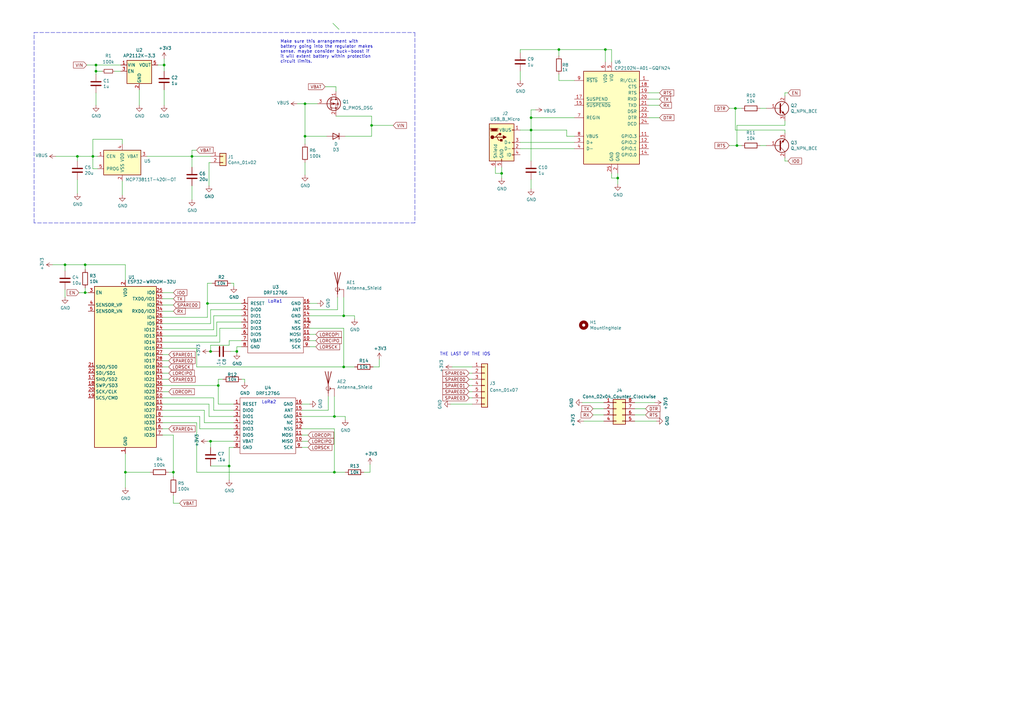
<source format=kicad_sch>
(kicad_sch (version 20211123) (generator eeschema)
  (paper "A3")
  (lib_symbols
    (symbol "Battery_Management:MCP73811T-420I-OT" (pin_names (offset 1.016))
      (property "Reference" "U" (at -6.35 6.35 0))
      (property "Value" "MCP73811T-420I-OT" (at 1.27 6.35 0))
      (symbol "MCP73811T-420I-OT_1_1"
        (pin input line (at -10.16 2.54 0) (length 2.54) (name "CEN") (number "1"))
        (pin power_in line (at 0 -7.62 90) (length 2.54) (name "VSS") (number "2"))
        (pin power_out line (at 10.16 2.54 180) (length 2.54) (name "VBAT") (number "3"))
        (pin power_in line (at 0 7.62 270) (length 2.54) (name "VDD") (number "4"))
        (pin input line (at -10.16 -2.54 0) (length 2.54) (name "PROG") (number "5"))
      )
    )
    (symbol "Connector_Generic:Conn_01x02" (pin_names (offset 1.016) hide)
      (property "Reference" "J" (at 0 2.54 0))
      (property "Value" "Conn_01x02" (at 0 -5.08 0))
      (symbol "Conn_01x02_1_1"
        (pin passive line (at -5.08 0 0) (length 3.81) (name "Pin_1") (number "1"))
        (pin passive line (at -5.08 -2.54 0) (length 3.81) (name "Pin_2") (number "2"))
      )
    )
    (symbol "Connector_Generic:Conn_01x07" (pin_names (offset 1.016) hide)
      (property "Reference" "J" (at 0 10.16 0))
      (property "Value" "Conn_01x07" (at 0 -10.16 0))
      (symbol "Conn_01x07_1_1"
        (pin passive line (at -5.08 7.62 0) (length 3.81) (name "Pin_1") (number "1"))
        (pin passive line (at -5.08 5.08 0) (length 3.81) (name "Pin_2") (number "2"))
        (pin passive line (at -5.08 2.54 0) (length 3.81) (name "Pin_3") (number "3"))
        (pin passive line (at -5.08 0 0) (length 3.81) (name "Pin_4") (number "4"))
        (pin passive line (at -5.08 -2.54 0) (length 3.81) (name "Pin_5") (number "5"))
        (pin passive line (at -5.08 -5.08 0) (length 3.81) (name "Pin_6") (number "6"))
        (pin passive line (at -5.08 -7.62 0) (length 3.81) (name "Pin_7") (number "7"))
      )
    )
    (symbol "Connector_Generic:Conn_02x04_Counter_Clockwise" (pin_names (offset 1.016) hide)
      (property "Reference" "J" (at 1.27 5.08 0))
      (property "Value" "Conn_02x04_Counter_Clockwise" (at 1.27 -7.62 0))
      (symbol "Conn_02x04_Counter_Clockwise_1_1"
        (pin passive line (at -5.08 2.54 0) (length 3.81) (name "Pin_1") (number "1"))
        (pin passive line (at -5.08 0 0) (length 3.81) (name "Pin_2") (number "2"))
        (pin passive line (at -5.08 -2.54 0) (length 3.81) (name "Pin_3") (number "3"))
        (pin passive line (at -5.08 -5.08 0) (length 3.81) (name "Pin_4") (number "4"))
        (pin passive line (at 7.62 -5.08 180) (length 3.81) (name "Pin_5") (number "5"))
        (pin passive line (at 7.62 -2.54 180) (length 3.81) (name "Pin_6") (number "6"))
        (pin passive line (at 7.62 0 180) (length 3.81) (name "Pin_7") (number "7"))
        (pin passive line (at 7.62 2.54 180) (length 3.81) (name "Pin_8") (number "8"))
      )
    )
    (symbol "Device:Antenna_Shield" (pin_numbers hide) (pin_names (offset 1.016) hide)
      (property "Reference" "AE" (at -1.905 4.445 0))
      (property "Value" "Antenna_Shield" (at -1.905 2.54 0))
      (symbol "Antenna_Shield_1_1"
        (pin input line (at 0 -5.08 90) (length 2.54) (name "A") (number "1"))
        (pin input line (at 2.54 -5.08 90) (length 2.54) (name "Shield") (number "2"))
      )
    )
    (symbol "Device:C" (pin_numbers hide) (pin_names (offset 0.254))
      (property "Reference" "C" (at 0.635 2.54 0))
      (property "Value" "C" (at 0.635 -2.54 0))
      (symbol "C_1_1"
        (pin passive line (at 0 3.81 270) (length 2.794) (name "~") (number "1"))
        (pin passive line (at 0 -3.81 90) (length 2.794) (name "~") (number "2"))
      )
    )
    (symbol "Device:D" (pin_numbers hide) (pin_names (offset 1.016) hide)
      (property "Reference" "D" (at 0 2.54 0))
      (property "Value" "D" (at 0 -2.54 0))
      (symbol "D_1_1"
        (pin passive line (at -3.81 0 0) (length 2.54) (name "K") (number "1"))
        (pin passive line (at 3.81 0 180) (length 2.54) (name "A") (number "2"))
      )
    )
    (symbol "Device:Q_NPN_BCE" (pin_names (offset 0) hide)
      (property "Reference" "Q" (at 5.08 1.27 0))
      (property "Value" "Q_NPN_BCE" (at 5.08 -1.27 0))
      (symbol "Q_NPN_BCE_1_1"
        (pin input line (at -5.08 0 0) (length 5.715) (name "B") (number "1"))
        (pin passive line (at 2.54 5.08 270) (length 2.54) (name "C") (number "2"))
        (pin passive line (at 2.54 -5.08 90) (length 2.54) (name "E") (number "3"))
      )
    )
    (symbol "Device:Q_PMOS_DSG" (pin_names (offset 0) hide)
      (property "Reference" "Q" (at 5.08 1.27 0))
      (property "Value" "Q_PMOS_DSG" (at 5.08 -1.27 0))
      (symbol "Q_PMOS_DSG_1_1"
        (pin passive line (at 2.54 5.08 270) (length 2.54) (name "D") (number "1"))
        (pin passive line (at 2.54 -5.08 90) (length 2.54) (name "S") (number "2"))
        (pin input line (at -5.08 0 0) (length 2.54) (name "G") (number "3"))
      )
    )
    (symbol "Device:R" (pin_numbers hide) (pin_names (offset 0))
      (property "Reference" "R" (at 2.032 0 90))
      (property "Value" "R" (at 0 0 90))
      (symbol "R_1_1"
        (pin passive line (at 0 3.81 270) (length 1.27) (name "~") (number "1"))
        (pin passive line (at 0 -3.81 90) (length 1.27) (name "~") (number "2"))
      )
    )
    (symbol "Device:R_Small" (pin_numbers hide) (pin_names (offset 0.254) hide)
      (property "Reference" "R" (at 0.762 0.508 0))
      (property "Value" "R_Small" (at 0.762 -1.016 0))
      (symbol "R_Small_1_1"
        (pin passive line (at 0 2.54 270) (length 0.762) (name "~") (number "1"))
        (pin passive line (at 0 -2.54 90) (length 0.762) (name "~") (number "2"))
      )
    )
    (symbol "Interface_USB:CP2102N-A01-GQFN24" (pin_names (offset 1.016))
      (property "Reference" "U" (at -5.08 22.225 0))
      (property "Value" "Interface_USB_CP2102N-A01-GQFN24" (at -5.08 20.32 0))
      (symbol "CP2102N-A01-GQFN24_1_1"
        (pin bidirectional line (at 15.24 15.24 180) (length 3.81) (name "RI/CLK") (number "1"))
        (pin no_connect line (at 10.16 -22.86 90) (length 3.81) hide (name "NC") (number "10"))
        (pin bidirectional line (at 15.24 -7.62 180) (length 3.81) (name "GPIO.3") (number "11"))
        (pin bidirectional line (at 15.24 -10.16 180) (length 3.81) (name "GPIO.2") (number "12"))
        (pin bidirectional line (at 15.24 -12.7 180) (length 3.81) (name "GPIO.1") (number "13"))
        (pin bidirectional line (at 15.24 -15.24 180) (length 3.81) (name "GPIO.0") (number "14"))
        (pin output line (at -15.24 5.08 0) (length 3.81) (name "~{SUSPENDb}") (number "15"))
        (pin no_connect line (at 7.62 -22.86 90) (length 3.81) hide (name "NC") (number "16"))
        (pin output line (at -15.24 7.62 0) (length 3.81) (name "SUSPEND") (number "17"))
        (pin input line (at 15.24 12.7 180) (length 3.81) (name "CTS") (number "18"))
        (pin output line (at 15.24 10.16 180) (length 3.81) (name "RTS") (number "19"))
        (pin power_in line (at 2.54 -22.86 90) (length 3.81) (name "GND") (number "2"))
        (pin input line (at 15.24 7.62 180) (length 3.81) (name "RXD") (number "20"))
        (pin output line (at 15.24 5.08 180) (length 3.81) (name "TXD") (number "21"))
        (pin input line (at 15.24 2.54 180) (length 3.81) (name "DSR") (number "22"))
        (pin output line (at 15.24 0 180) (length 3.81) (name "DTR") (number "23"))
        (pin input line (at 15.24 -2.54 180) (length 3.81) (name "DCD") (number "24"))
        (pin power_in line (at 0 -22.86 90) (length 3.81) (name "GND") (number "25"))
        (pin bidirectional line (at -15.24 -10.16 0) (length 3.81) (name "D+") (number "3"))
        (pin bidirectional line (at -15.24 -12.7 0) (length 3.81) (name "D-") (number "4"))
        (pin power_in line (at 0 22.86 270) (length 3.81) (name "VIO") (number "5"))
        (pin power_in line (at -2.54 22.86 270) (length 3.81) (name "VDD") (number "6"))
        (pin power_in line (at -15.24 0 0) (length 3.81) (name "REGIN") (number "7"))
        (pin input line (at -15.24 -7.62 0) (length 3.81) (name "VBUS") (number "8"))
        (pin input line (at -15.24 15.24 0) (length 3.81) (name "~{RSTb}") (number "9"))
      )
    )
    (symbol "Mechanical:MountingHole" (pin_names (offset 1.016))
      (property "Reference" "H" (at 0 5.08 0))
      (property "Value" "MountingHole" (at 0 3.175 0))
    )
    (symbol "RF_Module:ESP32-WROOM-32U"
      (property "Reference" "U" (at -12.7 34.29 0))
      (property "Value" "ESP32-WROOM-32U" (at 1.27 34.29 0))
      (symbol "ESP32-WROOM-32U_1_1"
        (pin power_in line (at 0 -35.56 90) (length 2.54) (name "GND") (number "1"))
        (pin bidirectional line (at 15.24 -12.7 180) (length 2.54) (name "IO25") (number "10"))
        (pin bidirectional line (at 15.24 -15.24 180) (length 2.54) (name "IO26") (number "11"))
        (pin bidirectional line (at 15.24 -17.78 180) (length 2.54) (name "IO27") (number "12"))
        (pin bidirectional line (at 15.24 10.16 180) (length 2.54) (name "IO14") (number "13"))
        (pin bidirectional line (at 15.24 15.24 180) (length 2.54) (name "IO12") (number "14"))
        (pin passive line (at 0 -35.56 90) (length 2.54) hide (name "GND") (number "15"))
        (pin bidirectional line (at 15.24 12.7 180) (length 2.54) (name "IO13") (number "16"))
        (pin bidirectional line (at -15.24 -5.08 0) (length 2.54) (name "SHD/SD2") (number "17"))
        (pin bidirectional line (at -15.24 -7.62 0) (length 2.54) (name "SWP/SD3") (number "18"))
        (pin bidirectional line (at -15.24 -12.7 0) (length 2.54) (name "SCS/CMD") (number "19"))
        (pin power_in line (at 0 35.56 270) (length 2.54) (name "VDD") (number "2"))
        (pin bidirectional line (at -15.24 -10.16 0) (length 2.54) (name "SCK/CLK") (number "20"))
        (pin bidirectional line (at -15.24 0 0) (length 2.54) (name "SDO/SD0") (number "21"))
        (pin bidirectional line (at -15.24 -2.54 0) (length 2.54) (name "SDI/SD1") (number "22"))
        (pin bidirectional line (at 15.24 7.62 180) (length 2.54) (name "IO15") (number "23"))
        (pin bidirectional line (at 15.24 25.4 180) (length 2.54) (name "IO2") (number "24"))
        (pin bidirectional line (at 15.24 30.48 180) (length 2.54) (name "IO0") (number "25"))
        (pin bidirectional line (at 15.24 20.32 180) (length 2.54) (name "IO4") (number "26"))
        (pin bidirectional line (at 15.24 5.08 180) (length 2.54) (name "IO16") (number "27"))
        (pin bidirectional line (at 15.24 2.54 180) (length 2.54) (name "IO17") (number "28"))
        (pin bidirectional line (at 15.24 17.78 180) (length 2.54) (name "IO5") (number "29"))
        (pin input line (at -15.24 30.48 0) (length 2.54) (name "EN") (number "3"))
        (pin bidirectional line (at 15.24 0 180) (length 2.54) (name "IO18") (number "30"))
        (pin bidirectional line (at 15.24 -2.54 180) (length 2.54) (name "IO19") (number "31"))
        (pin no_connect line (at -12.7 -27.94 0) (length 2.54) hide (name "NC") (number "32"))
        (pin bidirectional line (at 15.24 -5.08 180) (length 2.54) (name "IO21") (number "33"))
        (pin bidirectional line (at 15.24 22.86 180) (length 2.54) (name "RXD0/IO3") (number "34"))
        (pin bidirectional line (at 15.24 27.94 180) (length 2.54) (name "TXD0/IO1") (number "35"))
        (pin bidirectional line (at 15.24 -7.62 180) (length 2.54) (name "IO22") (number "36"))
        (pin bidirectional line (at 15.24 -10.16 180) (length 2.54) (name "IO23") (number "37"))
        (pin passive line (at 0 -35.56 90) (length 2.54) hide (name "GND") (number "38"))
        (pin passive line (at 0 -35.56 90) (length 2.54) hide (name "GND") (number "39"))
        (pin input line (at -15.24 25.4 0) (length 2.54) (name "SENSOR_VP") (number "4"))
        (pin input line (at -15.24 22.86 0) (length 2.54) (name "SENSOR_VN") (number "5"))
        (pin input line (at 15.24 -25.4 180) (length 2.54) (name "IO34") (number "6"))
        (pin input line (at 15.24 -27.94 180) (length 2.54) (name "IO35") (number "7"))
        (pin bidirectional line (at 15.24 -20.32 180) (length 2.54) (name "IO32") (number "8"))
        (pin bidirectional line (at 15.24 -22.86 180) (length 2.54) (name "IO33") (number "9"))
      )
    )
    (symbol "Regulator_Linear:AP2112K-3.3" (pin_names (offset 0.254))
      (property "Reference" "U" (at -5.08 5.715 0))
      (property "Value" "AP2112K-3.3" (at 0 5.715 0))
      (symbol "AP2112K-3.3_1_1"
        (pin power_in line (at -7.62 2.54 0) (length 2.54) (name "VIN") (number "1"))
        (pin power_in line (at 0 -7.62 90) (length 2.54) (name "GND") (number "2"))
        (pin input line (at -7.62 0 0) (length 2.54) (name "EN") (number "3"))
        (pin no_connect line (at 5.08 0 180) (length 2.54) hide (name "NC") (number "4"))
        (pin power_out line (at 7.62 2.54 180) (length 2.54) (name "VOUT") (number "5"))
      )
    )
    (symbol "loranet2-rescue:USB_B_Micro-Connector" (pin_names (offset 1.016))
      (property "Reference" "J" (at -5.08 11.43 0))
      (property "Value" "USB_B_Micro-Connector" (at -5.08 8.89 0))
      (symbol "USB_B_Micro-Connector_1_1"
        (pin power_out line (at 7.62 5.08 180) (length 2.54) (name "VBUS") (number "1"))
        (pin passive line (at 7.62 -2.54 180) (length 2.54) (name "D-") (number "2"))
        (pin passive line (at 7.62 0 180) (length 2.54) (name "D+") (number "3"))
        (pin passive line (at 7.62 -5.08 180) (length 2.54) (name "ID") (number "4"))
        (pin power_out line (at 0 -10.16 90) (length 2.54) (name "GND") (number "5"))
        (pin passive line (at -2.54 -10.16 90) (length 2.54) (name "Shield") (number "6"))
      )
    )
    (symbol "loranet2:DRF1276G" (pin_names (offset 1.016))
      (property "Reference" "U" (at 0 -12.7 0))
      (property "Value" "DRF1276G" (at 0 15.24 0))
      (symbol "DRF1276G_1_1"
        (pin input line (at -15.24 10.16 0) (length 2.54) (name "RESET") (number "1"))
        (pin bidirectional line (at 12.7 -5.08 180) (length 2.54) (name "MISO") (number "10"))
        (pin bidirectional line (at 12.7 -2.54 180) (length 2.54) (name "MOSI") (number "11"))
        (pin input line (at 12.7 0 180) (length 2.54) (name "NSS") (number "12"))
        (pin no_connect line (at 12.7 2.54 180) (length 2.54) (name "NC") (number "13"))
        (pin power_in line (at 12.7 5.08 180) (length 2.54) (name "GND") (number "14"))
        (pin bidirectional line (at 12.7 7.62 180) (length 2.54) (name "ANT") (number "15"))
        (pin power_in line (at 12.7 10.16 180) (length 2.54) (name "GND") (number "16"))
        (pin bidirectional line (at -15.24 7.62 0) (length 2.54) (name "DIO0") (number "2"))
        (pin bidirectional line (at -15.24 5.08 0) (length 2.54) (name "DIO1") (number "3"))
        (pin bidirectional line (at -15.24 2.54 0) (length 2.54) (name "DIO2") (number "4"))
        (pin bidirectional line (at -15.24 0 0) (length 2.54) (name "DIO3") (number "5"))
        (pin bidirectional line (at -15.24 -2.54 0) (length 2.54) (name "DIO5") (number "6"))
        (pin power_in line (at -15.24 -5.08 0) (length 2.54) (name "VBAT") (number "7"))
        (pin power_in line (at -15.24 -7.62 0) (length 2.54) (name "GND") (number "8"))
        (pin input line (at 12.7 -7.62 180) (length 2.54) (name "SCK") (number "9"))
      )
    )
    (symbol "power:+3V3" (power) (pin_names (offset 0))
      (property "Value" "+3V3" (at 0 3.556 0))
      (symbol "+3V3_1_1"
        (pin power_in line (at 0 0 90) (length 0) hide (name "+3V3") (number "1"))
      )
    )
    (symbol "power:GND" (power) (pin_names (offset 0))
      (property "Value" "GND" (at 0 -3.81 0))
      (symbol "GND_1_1"
        (pin power_in line (at 0 0 270) (length 0) hide (name "GND") (number "1"))
      )
    )
    (symbol "power:VBUS" (power) (pin_names (offset 0))
      (property "Value" "VBUS" (at 0 3.81 0))
      (symbol "VBUS_1_1"
        (pin power_in line (at 0 0 90) (length 0) hide (name "VBUS") (number "1"))
      )
    )
  )
  (junction (at 152.4 51.435))
  (junction (at 137.16 170.815))
  (junction (at 51.435 193.675))
  (junction (at 85.09 124.46))
  (junction (at 205.74 71.12))
  (junction (at 93.98 191.135))
  (junction (at 301.625 44.45))
  (junction (at 125.095 55.88))
  (junction (at 140.97 150.495))
  (junction (at 89.535 158.115))
  (junction (at 97.155 144.145))
  (junction (at 86.36 180.975))
  (junction (at 39.37 29.21))
  (junction (at 67.31 26.67))
  (junction (at 31.75 64.135))
  (junction (at 302.26 59.69))
  (junction (at 86.36 144.145))
  (junction (at 78.74 64.135))
  (junction (at 38.1 64.135))
  (junction (at 39.37 26.67))
  (junction (at 140.97 129.54))
  (junction (at 253.365 73.025))
  (junction (at 248.285 20.32))
  (junction (at 229.235 20.32))
  (junction (at 217.805 53.34))
  (junction (at 217.805 48.26))
  (junction (at 71.12 193.675))
  (junction (at 34.925 120.015))
  (junction (at 34.925 108.585))
  (junction (at 26.67 108.585))
  (junction (at 137.16 193.675))
  (junction (at 125.095 42.545))
  (bus_entry (at 136.525 9.525) (size 2.54 2.54))
  (wire (pts (xy 67.31 26.67) (xy 67.31 24.13)))
  (wire (pts (xy 217.805 48.26) (xy 235.585 48.26)))
  (wire (pts (xy 140.97 134.62) (xy 140.97 150.495)))
  (wire (pts (xy 217.805 48.26) (xy 217.805 45.085)))
  (wire (pts (xy 125.095 42.545) (xy 130.175 42.545)))
  (wire (pts (xy 31.75 64.135) (xy 38.1 64.135)))
  (wire (pts (xy 87.63 163.195) (xy 87.63 168.275)))
  (wire (pts (xy 140.97 150.495) (xy 145.415 150.495)))
  (wire (pts (xy 213.36 53.34) (xy 217.805 53.34)))
  (wire (pts (xy 26.67 108.585) (xy 34.925 108.585)))
  (wire (pts (xy 78.74 64.135) (xy 78.74 68.58)))
  (wire (pts (xy 66.675 135.255) (xy 87.63 135.255)))
  (wire (pts (xy 321.945 53.34) (xy 321.945 54.61)))
  (wire (pts (xy 129.54 139.7) (xy 127 139.7)))
  (wire (pts (xy 89.535 155.575) (xy 91.44 155.575)))
  (wire (pts (xy 125.095 42.545) (xy 125.095 55.88)))
  (wire (pts (xy 86.36 127) (xy 99.06 127)))
  (wire (pts (xy 83.82 168.275) (xy 83.82 173.355)))
  (wire (pts (xy 93.98 139.7) (xy 99.06 139.7)))
  (wire (pts (xy 89.535 155.575) (xy 89.535 158.115)))
  (wire (pts (xy 85.725 66.675) (xy 86.36 66.675)))
  (wire (pts (xy 321.945 64.77) (xy 321.945 66.04)))
  (wire (pts (xy 205.74 71.12) (xy 205.74 73.025)))
  (wire (pts (xy 138.43 127) (xy 138.43 121.92)))
  (wire (pts (xy 270.51 48.26) (xy 266.065 48.26)))
  (wire (pts (xy 21.59 108.585) (xy 26.67 108.585)))
  (wire (pts (xy 81.915 175.895) (xy 81.915 170.815)))
  (wire (pts (xy 321.945 49.53) (xy 321.945 51.435)))
  (wire (pts (xy 85.09 180.975) (xy 86.36 180.975)))
  (wire (pts (xy 93.98 141.605) (xy 93.98 139.7)))
  (wire (pts (xy 137.16 193.675) (xy 141.605 193.675)))
  (wire (pts (xy 260.35 170.18) (xy 264.795 170.18)))
  (wire (pts (xy 86.36 144.145) (xy 85.725 144.145)))
  (wire (pts (xy 137.795 47.625) (xy 152.4 47.625)))
  (wire (pts (xy 51.435 108.585) (xy 51.435 114.935)))
  (wire (pts (xy 149.225 193.675) (xy 151.765 193.675)))
  (wire (pts (xy 217.805 53.34) (xy 217.805 48.26)))
  (wire (pts (xy 95.885 117.475) (xy 95.885 116.205)))
  (wire (pts (xy 39.37 26.67) (xy 39.37 29.21)))
  (wire (pts (xy 41.91 29.21) (xy 39.37 29.21)))
  (wire (pts (xy 311.785 44.45) (xy 314.325 44.45)))
  (wire (pts (xy 71.12 203.2) (xy 71.12 206.375)))
  (wire (pts (xy 34.925 110.49) (xy 34.925 108.585)))
  (wire (pts (xy 127 134.62) (xy 140.97 134.62)))
  (wire (pts (xy 66.675 137.795) (xy 88.9 137.795)))
  (wire (pts (xy 203.2 68.58) (xy 203.2 71.12)))
  (wire (pts (xy 40.005 69.215) (xy 38.1 69.215)))
  (wire (pts (xy 67.31 43.18) (xy 67.31 36.83)))
  (wire (pts (xy 85.725 76.2) (xy 85.725 66.675)))
  (wire (pts (xy 125.095 66.675) (xy 125.095 71.755)))
  (wire (pts (xy 121.92 42.545) (xy 125.095 42.545)))
  (wire (pts (xy 123.825 175.895) (xy 137.16 175.895)))
  (wire (pts (xy 66.675 173.355) (xy 80.645 173.355)))
  (wire (pts (xy 141.605 170.815) (xy 141.605 172.085)))
  (wire (pts (xy 140.97 121.92) (xy 140.97 129.54)))
  (wire (pts (xy 248.285 25.4) (xy 248.285 20.32)))
  (wire (pts (xy 39.37 38.1) (xy 39.37 43.18)))
  (wire (pts (xy 88.9 137.795) (xy 88.9 132.08)))
  (wire (pts (xy 213.36 33.02) (xy 213.36 29.21)))
  (wire (pts (xy 323.215 38.1) (xy 321.945 38.1)))
  (wire (pts (xy 311.785 59.69) (xy 314.325 59.69)))
  (wire (pts (xy 22.86 64.135) (xy 31.75 64.135)))
  (wire (pts (xy 229.235 20.32) (xy 248.285 20.32)))
  (wire (pts (xy 229.235 30.48) (xy 229.235 33.02)))
  (wire (pts (xy 86.36 141.605) (xy 86.36 144.145)))
  (wire (pts (xy 93.98 183.515) (xy 93.98 191.135)))
  (wire (pts (xy 270.51 40.64) (xy 266.065 40.64)))
  (wire (pts (xy 66.675 132.715) (xy 86.36 132.715)))
  (wire (pts (xy 137.795 35.56) (xy 137.795 37.465)))
  (wire (pts (xy 66.675 140.335) (xy 90.17 140.335)))
  (wire (pts (xy 46.99 29.21) (xy 49.53 29.21)))
  (wire (pts (xy 51.435 186.055) (xy 51.435 193.675)))
  (wire (pts (xy 31.75 79.375) (xy 31.75 73.66)))
  (wire (pts (xy 50.165 57.15) (xy 50.165 59.055)))
  (wire (pts (xy 57.15 43.18) (xy 57.15 36.83)))
  (wire (pts (xy 64.77 26.67) (xy 67.31 26.67)))
  (wire (pts (xy 35.56 26.67) (xy 39.37 26.67)))
  (wire (pts (xy 81.915 170.815) (xy 66.675 170.815)))
  (wire (pts (xy 71.12 122.555) (xy 66.675 122.555)))
  (wire (pts (xy 217.805 53.34) (xy 217.805 66.04)))
  (wire (pts (xy 243.205 170.18) (xy 247.65 170.18)))
  (wire (pts (xy 152.4 51.435) (xy 152.4 55.88)))
  (wire (pts (xy 151.765 190.5) (xy 151.765 193.675)))
  (wire (pts (xy 39.37 29.21) (xy 39.37 30.48)))
  (wire (pts (xy 184.785 165.735) (xy 193.675 165.735)))
  (wire (pts (xy 66.675 130.175) (xy 85.09 130.175)))
  (wire (pts (xy 86.36 132.715) (xy 86.36 127)))
  (wire (pts (xy 301.625 44.45) (xy 301.625 53.34)))
  (wire (pts (xy 71.12 193.675) (xy 71.12 195.58)))
  (wire (pts (xy 80.645 142.875) (xy 80.645 150.495)))
  (wire (pts (xy 134.62 162.56) (xy 134.62 168.275)))
  (wire (pts (xy 39.37 26.67) (xy 49.53 26.67)))
  (wire (pts (xy 134.62 168.275) (xy 123.825 168.275)))
  (wire (pts (xy 127 142.24) (xy 129.54 142.24)))
  (wire (pts (xy 86.36 144.145) (xy 86.995 144.145)))
  (wire (pts (xy 141.605 55.88) (xy 152.4 55.88)))
  (wire (pts (xy 69.215 193.675) (xy 71.12 193.675)))
  (wire (pts (xy 130.175 124.46) (xy 127 124.46)))
  (wire (pts (xy 205.74 71.12) (xy 205.74 68.58)))
  (wire (pts (xy 34.925 120.015) (xy 36.195 120.015)))
  (wire (pts (xy 238.76 165.1) (xy 247.65 165.1)))
  (wire (pts (xy 94.615 144.145) (xy 97.155 144.145)))
  (wire (pts (xy 269.24 172.72) (xy 260.35 172.72)))
  (wire (pts (xy 155.575 147.32) (xy 155.575 150.495)))
  (wire (pts (xy 213.36 20.32) (xy 213.36 21.59)))
  (polyline (pts (xy 170.18 13.335) (xy 170.18 91.44)))
  (wire (pts (xy 86.36 180.975) (xy 95.885 180.975)))
  (wire (pts (xy 71.12 120.015) (xy 66.675 120.015)))
  (wire (pts (xy 31.75 66.04) (xy 31.75 64.135)))
  (wire (pts (xy 85.09 124.46) (xy 99.06 124.46)))
  (wire (pts (xy 89.535 165.735) (xy 95.885 165.735)))
  (wire (pts (xy 38.1 64.135) (xy 38.1 57.15)))
  (wire (pts (xy 123.825 178.435) (xy 126.365 178.435)))
  (wire (pts (xy 66.675 168.275) (xy 83.82 168.275)))
  (wire (pts (xy 97.155 144.78) (xy 97.155 144.145)))
  (wire (pts (xy 97.155 142.24) (xy 99.06 142.24)))
  (wire (pts (xy 32.385 120.015) (xy 34.925 120.015)))
  (wire (pts (xy 239.395 172.72) (xy 247.65 172.72)))
  (wire (pts (xy 66.675 147.955) (xy 69.215 147.955)))
  (wire (pts (xy 85.725 165.735) (xy 66.675 165.735)))
  (wire (pts (xy 137.16 175.895) (xy 137.16 193.675)))
  (wire (pts (xy 213.36 20.32) (xy 229.235 20.32)))
  (wire (pts (xy 253.365 73.025) (xy 253.365 71.12)))
  (wire (pts (xy 137.16 170.815) (xy 141.605 170.815)))
  (wire (pts (xy 250.825 20.32) (xy 250.825 25.4)))
  (wire (pts (xy 217.805 53.34) (xy 232.41 53.34)))
  (wire (pts (xy 66.675 178.435) (xy 71.12 178.435)))
  (wire (pts (xy 60.325 64.135) (xy 78.74 64.135)))
  (wire (pts (xy 26.67 121.92) (xy 26.67 118.745)))
  (wire (pts (xy 80.645 61.595) (xy 78.74 61.595)))
  (wire (pts (xy 301.625 44.45) (xy 304.165 44.45)))
  (wire (pts (xy 235.585 60.96) (xy 213.36 60.96)))
  (polyline (pts (xy 170.18 91.44) (xy 13.97 91.44)))
  (wire (pts (xy 232.41 55.88) (xy 235.585 55.88)))
  (wire (pts (xy 83.82 173.355) (xy 95.885 173.355)))
  (wire (pts (xy 133.35 35.56) (xy 137.795 35.56)))
  (wire (pts (xy 270.51 38.1) (xy 266.065 38.1)))
  (wire (pts (xy 193.675 158.115) (xy 192.405 158.115)))
  (wire (pts (xy 66.675 145.415) (xy 69.215 145.415)))
  (wire (pts (xy 95.885 116.205) (xy 94.615 116.205)))
  (wire (pts (xy 248.285 20.32) (xy 250.825 20.32)))
  (wire (pts (xy 71.12 206.375) (xy 73.66 206.375)))
  (wire (pts (xy 51.435 193.675) (xy 51.435 200.025)))
  (wire (pts (xy 38.1 64.135) (xy 38.1 69.215)))
  (wire (pts (xy 80.645 193.675) (xy 137.16 193.675)))
  (wire (pts (xy 34.925 108.585) (xy 51.435 108.585)))
  (wire (pts (xy 78.74 61.595) (xy 78.74 64.135)))
  (wire (pts (xy 100.33 155.575) (xy 99.06 155.575)))
  (wire (pts (xy 127 129.54) (xy 140.97 129.54)))
  (wire (pts (xy 304.165 59.69) (xy 302.26 59.69)))
  (wire (pts (xy 192.405 160.655) (xy 193.675 160.655)))
  (wire (pts (xy 321.945 51.435) (xy 302.26 51.435)))
  (wire (pts (xy 229.235 22.86) (xy 229.235 20.32)))
  (wire (pts (xy 66.675 150.495) (xy 69.215 150.495)))
  (wire (pts (xy 86.36 180.975) (xy 86.36 183.515)))
  (wire (pts (xy 93.98 183.515) (xy 95.885 183.515)))
  (wire (pts (xy 80.645 142.875) (xy 66.675 142.875)))
  (wire (pts (xy 192.405 155.575) (xy 193.675 155.575)))
  (wire (pts (xy 71.12 178.435) (xy 71.12 193.675)))
  (wire (pts (xy 87.63 135.255) (xy 87.63 129.54)))
  (wire (pts (xy 88.9 132.08) (xy 99.06 132.08)))
  (wire (pts (xy 123.825 170.815) (xy 137.16 170.815)))
  (wire (pts (xy 217.805 45.085) (xy 219.71 45.085)))
  (wire (pts (xy 243.205 167.64) (xy 247.65 167.64)))
  (wire (pts (xy 87.63 168.275) (xy 95.885 168.275)))
  (wire (pts (xy 40.005 64.135) (xy 38.1 64.135)))
  (wire (pts (xy 145.415 129.54) (xy 145.415 130.81)))
  (wire (pts (xy 66.675 160.655) (xy 69.215 160.655)))
  (wire (pts (xy 34.925 118.11) (xy 34.925 120.015)))
  (wire (pts (xy 66.675 163.195) (xy 87.63 163.195)))
  (wire (pts (xy 302.26 59.69) (xy 299.085 59.69)))
  (wire (pts (xy 126.365 180.975) (xy 123.825 180.975)))
  (wire (pts (xy 321.945 38.1) (xy 321.945 39.37)))
  (wire (pts (xy 86.36 191.135) (xy 93.98 191.135)))
  (wire (pts (xy 127 127) (xy 138.43 127)))
  (wire (pts (xy 213.36 58.42) (xy 235.585 58.42)))
  (wire (pts (xy 235.585 33.02) (xy 229.235 33.02)))
  (wire (pts (xy 93.98 191.135) (xy 93.98 196.85)))
  (wire (pts (xy 26.67 108.585) (xy 26.67 111.125)))
  (wire (pts (xy 50.165 80.01) (xy 50.165 74.295)))
  (wire (pts (xy 232.41 53.34) (xy 232.41 55.88)))
  (wire (pts (xy 301.625 53.34) (xy 321.945 53.34)))
  (wire (pts (xy 67.31 26.67) (xy 67.31 29.21)))
  (wire (pts (xy 299.085 44.45) (xy 301.625 44.45)))
  (wire (pts (xy 95.885 175.895) (xy 81.915 175.895)))
  (wire (pts (xy 90.17 140.335) (xy 90.17 134.62)))
  (wire (pts (xy 66.675 125.095) (xy 71.12 125.095)))
  (wire (pts (xy 321.945 66.04) (xy 323.215 66.04)))
  (wire (pts (xy 66.675 175.895) (xy 69.215 175.895)))
  (wire (pts (xy 137.16 162.56) (xy 137.16 170.815)))
  (wire (pts (xy 185.42 150.495) (xy 193.675 150.495)))
  (wire (pts (xy 125.095 55.88) (xy 125.095 59.055)))
  (wire (pts (xy 153.035 150.495) (xy 155.575 150.495)))
  (wire (pts (xy 78.74 81.915) (xy 78.74 76.2)))
  (wire (pts (xy 192.405 163.195) (xy 193.675 163.195)))
  (wire (pts (xy 268.605 165.1) (xy 260.35 165.1)))
  (wire (pts (xy 89.535 158.115) (xy 89.535 165.735)))
  (polyline (pts (xy 13.97 13.335) (xy 170.18 13.335)))
  (wire (pts (xy 97.155 144.145) (xy 97.155 142.24)))
  (wire (pts (xy 123.825 183.515) (xy 126.365 183.515)))
  (wire (pts (xy 51.435 193.675) (xy 61.595 193.675)))
  (wire (pts (xy 80.645 150.495) (xy 140.97 150.495)))
  (wire (pts (xy 85.09 116.205) (xy 86.995 116.205)))
  (polyline (pts (xy 13.97 91.44) (xy 13.97 13.335)))
  (wire (pts (xy 85.09 124.46) (xy 85.09 116.205)))
  (wire (pts (xy 86.36 141.605) (xy 93.98 141.605)))
  (wire (pts (xy 71.12 127.635) (xy 66.675 127.635)))
  (wire (pts (xy 161.29 51.435) (xy 152.4 51.435)))
  (wire (pts (xy 85.09 130.175) (xy 85.09 124.46)))
  (wire (pts (xy 217.805 77.47) (xy 217.805 73.66)))
  (wire (pts (xy 260.35 167.64) (xy 264.795 167.64)))
  (wire (pts (xy 90.17 134.62) (xy 99.06 134.62)))
  (wire (pts (xy 193.675 153.035) (xy 192.405 153.035)))
  (wire (pts (xy 270.51 43.18) (xy 266.065 43.18)))
  (wire (pts (xy 69.215 153.035) (xy 66.675 153.035)))
  (wire (pts (xy 133.985 55.88) (xy 125.095 55.88)))
  (wire (pts (xy 38.1 57.15) (xy 50.165 57.15)))
  (wire (pts (xy 66.675 155.575) (xy 69.215 155.575)))
  (wire (pts (xy 85.725 170.815) (xy 85.725 165.735)))
  (wire (pts (xy 250.825 71.12) (xy 250.825 73.025)))
  (wire (pts (xy 66.675 158.115) (xy 89.535 158.115)))
  (wire (pts (xy 127 165.735) (xy 123.825 165.735)))
  (wire (pts (xy 86.36 64.135) (xy 78.74 64.135)))
  (wire (pts (xy 87.63 129.54) (xy 99.06 129.54)))
  (wire (pts (xy 127 137.16) (xy 129.54 137.16)))
  (wire (pts (xy 100.33 156.845) (xy 100.33 155.575)))
  (wire (pts (xy 80.645 173.355) (xy 80.645 193.675)))
  (wire (pts (xy 152.4 47.625) (xy 152.4 51.435)))
  (wire (pts (xy 253.365 75.565) (xy 253.365 73.025)))
  (wire (pts (xy 302.26 51.435) (xy 302.26 59.69)))
  (wire (pts (xy 140.97 129.54) (xy 145.415 129.54)))
  (wire (pts (xy 203.2 71.12) (xy 205.74 71.12)))
  (wire (pts (xy 250.825 73.025) (xy 253.365 73.025)))
  (wire (pts (xy 95.885 170.815) (xy 85.725 170.815)))
  (text "LoRa2" (at 107.315 165.735 0) (effects (font (size 1.27 1.27)) (justify left bottom)))
  (text "THE LAST OF THE IOS" (at 180.34 146.05 0) (effects (font (size 1.27 1.27)) (justify left bottom)))
  (text "LoRa1" (at 109.855 124.46 0) (effects (font (size 1.27 1.27)) (justify left bottom)))
  (text "Make sure this arrangement with\nbattery going into the regulator makes\nsense. maybe consider buck-boost if\nit will extent battery within protection\ncircuit limits." (at 114.935 26.035 0) (effects (font (size 1.27 1.27)) (justify left bottom)))
  (global_label "IO0" (shape input) (at 323.215 66.04 0) (property "Intersheet References" "${INTERSHEET_REFS}" (effects hide)))
  (global_label "SPARE02" (shape input) (at 192.405 160.655 180) (property "Intersheet References" "${INTERSHEET_REFS}" (effects hide)))
  (global_label "EN" (shape input) (at 32.385 120.015 180) (property "Intersheet References" "${INTERSHEET_REFS}" (effects hide)))
  (global_label "RTS" (shape input) (at 299.085 59.69 180) (property "Intersheet References" "${INTERSHEET_REFS}" (effects hide)))
  (global_label "VIN" (shape input) (at 35.56 26.67 180) (property "Intersheet References" "${INTERSHEET_REFS}" (effects hide)))
  (global_label "TX" (shape input) (at 243.205 167.64 180) (property "Intersheet References" "${INTERSHEET_REFS}" (effects hide)))
  (global_label "DTR" (shape input) (at 299.085 44.45 180) (property "Intersheet References" "${INTERSHEET_REFS}" (effects hide)))
  (global_label "LORCIPO" (shape input) (at 126.365 180.975 0) (property "Intersheet References" "${INTERSHEET_REFS}" (effects hide)))
  (global_label "TX" (shape input) (at 270.51 40.64 0) (property "Intersheet References" "${INTERSHEET_REFS}" (effects hide)))
  (global_label "SPARE03" (shape input) (at 69.215 155.575 0) (property "Intersheet References" "${INTERSHEET_REFS}" (effects hide)))
  (global_label "DTR" (shape input) (at 270.51 48.26 0) (property "Intersheet References" "${INTERSHEET_REFS}" (effects hide)))
  (global_label "VIN" (shape input) (at 161.29 51.435 0) (property "Intersheet References" "${INTERSHEET_REFS}" (effects hide)))
  (global_label "LORSCK" (shape input) (at 129.54 142.24 0) (property "Intersheet References" "${INTERSHEET_REFS}" (effects hide)))
  (global_label "LORSCK" (shape input) (at 69.215 150.495 0) (property "Intersheet References" "${INTERSHEET_REFS}" (effects hide)))
  (global_label "TX" (shape input) (at 71.12 122.555 0) (property "Intersheet References" "${INTERSHEET_REFS}" (effects hide)))
  (global_label "SPARE04" (shape input) (at 192.405 153.035 180) (property "Intersheet References" "${INTERSHEET_REFS}" (effects hide)))
  (global_label "SPARE04" (shape input) (at 69.215 175.895 0) (property "Intersheet References" "${INTERSHEET_REFS}" (effects hide)))
  (global_label "LORCOPI" (shape input) (at 69.215 160.655 0) (property "Intersheet References" "${INTERSHEET_REFS}" (effects hide)))
  (global_label "LORCIPO" (shape input) (at 69.215 153.035 0) (property "Intersheet References" "${INTERSHEET_REFS}" (effects hide)))
  (global_label "IO0" (shape input) (at 71.12 120.015 0) (property "Intersheet References" "${INTERSHEET_REFS}" (effects hide)))
  (global_label "SPARE01" (shape input) (at 69.215 145.415 0) (property "Intersheet References" "${INTERSHEET_REFS}" (effects hide)))
  (global_label "SPARE02" (shape input) (at 69.215 147.955 0) (property "Intersheet References" "${INTERSHEET_REFS}" (effects hide)))
  (global_label "RX" (shape input) (at 71.12 127.635 0) (property "Intersheet References" "${INTERSHEET_REFS}" (effects hide)))
  (global_label "SPARE03" (shape input) (at 192.405 163.195 180) (property "Intersheet References" "${INTERSHEET_REFS}" (effects hide)))
  (global_label "VBAT" (shape input) (at 73.66 206.375 0) (property "Intersheet References" "${INTERSHEET_REFS}" (effects hide)))
  (global_label "VBAT" (shape input) (at 133.35 35.56 180) (property "Intersheet References" "${INTERSHEET_REFS}" (effects hide)))
  (global_label "SPARE01" (shape input) (at 192.405 158.115 180) (property "Intersheet References" "${INTERSHEET_REFS}" (effects hide)))
  (global_label "LORSCK" (shape input) (at 126.365 183.515 0) (property "Intersheet References" "${INTERSHEET_REFS}" (effects hide)))
  (global_label "SPARE00" (shape input) (at 71.12 125.095 0) (property "Intersheet References" "${INTERSHEET_REFS}" (effects hide)))
  (global_label "RX" (shape input) (at 243.205 170.18 180) (property "Intersheet References" "${INTERSHEET_REFS}" (effects hide)))
  (global_label "DTR" (shape input) (at 264.795 167.64 0) (property "Intersheet References" "${INTERSHEET_REFS}" (effects hide)))
  (global_label "RTS" (shape input) (at 270.51 38.1 0) (property "Intersheet References" "${INTERSHEET_REFS}" (effects hide)))
  (global_label "LORCIPO" (shape input) (at 129.54 139.7 0) (property "Intersheet References" "${INTERSHEET_REFS}" (effects hide)))
  (global_label "LORCOPI" (shape input) (at 126.365 178.435 0) (property "Intersheet References" "${INTERSHEET_REFS}" (effects hide)))
  (global_label "SPARE00" (shape input) (at 192.405 155.575 180) (property "Intersheet References" "${INTERSHEET_REFS}" (effects hide)))
  (global_label "EN" (shape input) (at 323.215 38.1 0) (property "Intersheet References" "${INTERSHEET_REFS}" (effects hide)))
  (global_label "RTS" (shape input) (at 264.795 170.18 0) (property "Intersheet References" "${INTERSHEET_REFS}" (effects hide)))
  (global_label "RX" (shape input) (at 270.51 43.18 0) (property "Intersheet References" "${INTERSHEET_REFS}" (effects hide)))
  (global_label "VBAT" (shape input) (at 80.645 61.595 0) (property "Intersheet References" "${INTERSHEET_REFS}" (effects hide)))
  (global_label "LORCOPI" (shape input) (at 129.54 137.16 0) (property "Intersheet References" "${INTERSHEET_REFS}" (effects hide)))
  (symbol (lib_id "loranet2:DRF1276G") (at 114.3 134.62 0) (unit 1)
    (property "Reference" "U3" (at 113.03 117.729 0))
    (property "Value" "DRF1276G" (at 113.03 120.0404 0))
    (property "Footprint" "loranet2:DRF1276G" (effects hide))
    (property "PNP" "False" (effects hide))
  )
  (symbol (lib_id "loranet2:DRF1276G") (at 111.125 175.895 0) (unit 1)
    (property "Reference" "U4" (at 109.855 159.004 0))
    (property "Value" "DRF1276G" (at 109.855 161.3154 0))
    (property "Footprint" "loranet2:DRF1276G" (effects hide))
    (property "PNP" "False" (effects hide))
  )
  (symbol (lib_id "RF_Module:ESP32-WROOM-32U") (at 51.435 150.495 0) (unit 1)
    (property "Reference" "U1" (at 53.975 113.665 0))
    (property "Value" "ESP32-WROOM-32U" (at 62.23 115.57 0))
    (property "Footprint" "RF_Module:ESP32-WROOM-32U" (effects hide))
    (property "Datasheet" "https://www.espressif.com/sites/default/files/documentation/esp32-wroom-32d_esp32-wroom-32u_datasheet_en.pdf" (effects hide))
    (property "PNP" "False" (effects hide))
  )
  (symbol (lib_id "Device:Antenna_Shield") (at 138.43 116.84 0) (unit 1)
    (property "Reference" "AE1" (at 142.0876 115.8494 0) (effects (justify left)))
    (property "Value" "Antenna_Shield" (at 142.0876 118.1608 0) (effects (justify left)))
    (property "Footprint" "Connector_Coaxial:U.FL_Hirose_U.FL-R-SMT-1_Vertical" (effects hide))
  )
  (symbol (lib_id "Device:Antenna_Shield") (at 134.62 157.48 0) (unit 1)
    (property "Reference" "AE2" (at 138.2776 156.4894 0) (effects (justify left)))
    (property "Value" "Antenna_Shield" (at 138.2776 158.8008 0) (effects (justify left)))
    (property "Footprint" "Connector_Coaxial:U.FL_Hirose_U.FL-R-SMT-1_Vertical" (effects hide))
  )
  (symbol (lib_id "power:GND") (at 141.605 172.085 0) (unit 1)
    (property "Reference" "#PWR0102" (effects hide))
    (property "Value" "GND" (at 141.732 176.4792 0))
  )
  (symbol (lib_id "Interface_USB:CP2102N-A01-GQFN24") (at 250.825 48.26 0) (unit 1)
    (property "Reference" "U6" (at 253.365 25.4 0))
    (property "Value" "CP2102N-A01-GQFN24" (at 263.525 27.94 0))
    (property "Footprint" "Package_DFN_QFN:QFN-24-1EP_4x4mm_P0.5mm_EP2.6x2.6mm" (effects hide))
    (property "Datasheet" "https://www.silabs.com/documents/public/data-sheets/cp2102n-datasheet.pdf" (effects hide))
  )
  (symbol (lib_id "power:VBUS") (at 121.92 42.545 90) (unit 1)
    (property "Reference" "#PWR0104" (effects hide))
    (property "Value" "VBUS" (at 118.6942 42.164 90) (effects (justify left)))
  )
  (symbol (lib_id "power:GND") (at 57.15 43.18 0) (unit 1)
    (property "Reference" "#PWR0105" (effects hide))
    (property "Value" "GND" (at 57.277 47.5742 0))
  )
  (symbol (lib_id "power:GND") (at 39.37 43.18 0) (unit 1)
    (property "Reference" "#PWR0106" (effects hide))
    (property "Value" "GND" (at 39.497 47.5742 0))
  )
  (symbol (lib_id "power:+3V3") (at 67.31 24.13 0) (unit 1)
    (property "Reference" "#PWR0108" (effects hide))
    (property "Value" "+3V3" (at 67.691 19.7358 0))
  )
  (symbol (lib_id "loranet2-rescue:USB_B_Micro-Connector") (at 205.74 58.42 0) (unit 1)
    (property "Reference" "J2" (at 207.1878 46.5582 0))
    (property "Value" "USB_B_Micro" (at 207.1878 48.8696 0))
    (property "Footprint" "Connector_USB:USB_Micro-B_Molex_47346-0001" (effects hide))
  )
  (symbol (lib_id "power:GND") (at 205.74 73.025 0) (unit 1)
    (property "Reference" "#PWR0117" (effects hide))
    (property "Value" "GND" (at 205.867 77.4192 0))
  )
  (symbol (lib_id "power:GND") (at 253.365 75.565 0) (unit 1)
    (property "Reference" "#PWR0119" (effects hide))
    (property "Value" "GND" (at 253.492 79.9592 0))
  )
  (symbol (lib_id "Device:C") (at 217.805 69.85 0) (unit 1)
    (property "Reference" "C10" (at 220.726 68.6816 0) (effects (justify left)))
    (property "Value" "1u" (at 220.726 70.993 0) (effects (justify left)))
    (property "Footprint" "Capacitor_SMD:C_0603_1608Metric" (effects hide))
  )
  (symbol (lib_id "power:GND") (at 217.805 77.47 0) (unit 1)
    (property "Reference" "#PWR0120" (effects hide))
    (property "Value" "GND" (at 217.932 81.8642 0))
  )
  (symbol (lib_id "power:GND") (at 213.36 33.02 0) (unit 1)
    (property "Reference" "#PWR0116" (effects hide))
    (property "Value" "GND" (at 213.487 37.4142 0))
  )
  (symbol (lib_id "Device:C") (at 213.36 25.4 0) (unit 1)
    (property "Reference" "C9" (at 216.281 24.2316 0) (effects (justify left)))
    (property "Value" "1u" (at 216.281 26.543 0) (effects (justify left)))
    (property "Footprint" "Capacitor_SMD:C_0603_1608Metric" (effects hide))
  )
  (symbol (lib_id "Device:R") (at 229.235 26.67 180) (unit 1)
    (property "Reference" "R8" (at 230.505 26.67 0) (effects (justify right)))
    (property "Value" "1k" (at 230.505 28.575 0) (effects (justify right)))
    (property "Footprint" "Resistor_SMD:R_0603_1608Metric" (effects hide))
  )
  (symbol (lib_id "power:GND") (at 67.31 43.18 0) (unit 1)
    (property "Reference" "#PWR0110" (effects hide))
    (property "Value" "GND" (at 67.437 47.5742 0))
  )
  (symbol (lib_id "Battery_Management:MCP73811T-420I-OT") (at 50.165 66.675 0) (unit 1)
    (property "Reference" "U5" (at 59.055 66.04 0) (effects (justify left)))
    (property "Value" "MCP73811T-420I-OT" (at 51.435 73.66 0) (effects (justify left)))
    (property "Footprint" "Package_TO_SOT_SMD:SOT-23-5" (effects hide))
    (property "Datasheet" "http://ww1.microchip.com/downloads/en/DeviceDoc/22036b.pdf" (effects hide))
  )
  (symbol (lib_id "Device:C") (at 31.75 69.85 180) (unit 1)
    (property "Reference" "C5" (at 34.671 68.6816 0) (effects (justify right)))
    (property "Value" "20u" (at 34.671 70.993 0) (effects (justify right)))
    (property "Footprint" "Capacitor_SMD:C_0603_1608Metric" (effects hide))
  )
  (symbol (lib_id "Device:C") (at 78.74 72.39 180) (unit 1)
    (property "Reference" "C6" (at 81.661 71.2216 0) (effects (justify right)))
    (property "Value" "20u" (at 81.661 73.533 0) (effects (justify right)))
    (property "Footprint" "Capacitor_SMD:C_0603_1608Metric" (effects hide))
  )
  (symbol (lib_id "power:VBUS") (at 22.86 64.135 90) (unit 1)
    (property "Reference" "#PWR0114" (effects hide))
    (property "Value" "VBUS" (at 19.6342 63.754 90) (effects (justify left)))
  )
  (symbol (lib_id "power:GND") (at 31.75 79.375 0) (unit 1)
    (property "Reference" "#PWR0113" (effects hide))
    (property "Value" "GND" (at 31.877 83.7692 0))
  )
  (symbol (lib_id "power:GND") (at 50.165 80.01 0) (unit 1)
    (property "Reference" "#PWR0112" (effects hide))
    (property "Value" "GND" (at 50.292 84.4042 0))
  )
  (symbol (lib_id "power:GND") (at 78.74 81.915 0) (unit 1)
    (property "Reference" "#PWR0111" (effects hide))
    (property "Value" "GND" (at 78.867 86.3092 0))
  )
  (symbol (lib_id "Connector_Generic:Conn_01x02") (at 91.44 64.135 0) (unit 1)
    (property "Reference" "J1" (at 93.472 64.3382 0) (effects (justify left)))
    (property "Value" "Conn_01x02" (at 93.472 66.6496 0) (effects (justify left)))
    (property "Footprint" "Connector_JST:JST_EH_S2B-EH_1x02_P2.50mm_Horizontal" (effects hide))
  )
  (symbol (lib_id "power:GND") (at 85.725 76.2 0) (unit 1)
    (property "Reference" "#PWR0101" (effects hide))
    (property "Value" "GND" (at 85.852 80.5942 0))
  )
  (symbol (lib_id "power:VBUS") (at 219.71 45.085 270) (unit 1)
    (property "Reference" "#PWR0115" (effects hide))
    (property "Value" "VBUS" (at 222.9358 45.466 90) (effects (justify left)))
  )
  (symbol (lib_id "Device:R") (at 34.925 114.3 0) (unit 1)
    (property "Reference" "R3" (at 36.703 113.1316 0) (effects (justify left)))
    (property "Value" "10k" (at 36.703 115.443 0) (effects (justify left)))
    (property "Footprint" "Resistor_SMD:R_0603_1608Metric" (effects hide))
  )
  (symbol (lib_id "power:GND") (at 51.435 200.025 0) (unit 1)
    (property "Reference" "#PWR0121" (effects hide))
    (property "Value" "GND" (at 51.562 204.4192 0))
  )
  (symbol (lib_id "Device:R") (at 125.095 62.865 0) (unit 1)
    (property "Reference" "R6" (at 126.873 61.6966 0) (effects (justify left)))
    (property "Value" "100k" (at 126.873 64.008 0) (effects (justify left)))
    (property "Footprint" "Resistor_SMD:R_0603_1608Metric" (effects hide))
  )
  (symbol (lib_id "power:GND") (at 125.095 71.755 0) (unit 1)
    (property "Reference" "#PWR0122" (effects hide))
    (property "Value" "GND" (at 125.222 76.1492 0))
  )
  (symbol (lib_id "Device:D") (at 137.795 55.88 180) (unit 1)
    (property "Reference" "D3" (at 137.795 61.3918 0))
    (property "Value" "D" (at 137.795 59.0804 0))
    (property "Footprint" "Capacitor_SMD:C_0603_1608Metric" (effects hide))
  )
  (symbol (lib_id "power:GND") (at 93.98 196.85 0) (unit 1)
    (property "Reference" "#PWR0123" (effects hide))
    (property "Value" "GND" (at 94.107 201.2442 0))
  )
  (symbol (lib_id "power:GND") (at 145.415 130.81 0) (unit 1)
    (property "Reference" "#PWR0126" (effects hide))
    (property "Value" "GND" (at 145.542 135.2042 0))
  )
  (symbol (lib_id "power:GND") (at 97.155 144.78 0) (unit 1)
    (property "Reference" "#PWR0125" (effects hide))
    (property "Value" "GND" (at 97.282 149.1742 0))
  )
  (symbol (lib_id "Device:C") (at 26.67 114.935 180) (unit 1)
    (property "Reference" "C4" (at 29.591 113.7666 0) (effects (justify right)))
    (property "Value" "10u" (at 29.591 116.078 0) (effects (justify right)))
    (property "Footprint" "Capacitor_SMD:C_0603_1608Metric" (effects hide))
  )
  (symbol (lib_id "power:GND") (at 26.67 121.92 0) (unit 1)
    (property "Reference" "#PWR0124" (effects hide))
    (property "Value" "GND" (at 26.797 126.3142 0))
  )
  (symbol (lib_id "power:+3V3") (at 21.59 108.585 90) (unit 1)
    (property "Reference" "#PWR0127" (effects hide))
    (property "Value" "+3V3" (at 17.1958 108.204 0))
  )
  (symbol (lib_id "power:+3V3") (at 85.725 144.145 90) (unit 1)
    (property "Reference" "#PWR0128" (effects hide))
    (property "Value" "+3V3" (at 81.3308 143.764 0))
  )
  (symbol (lib_id "power:+3V3") (at 85.09 180.975 90) (unit 1)
    (property "Reference" "#PWR0129" (effects hide))
    (property "Value" "+3V3" (at 80.6958 180.594 0))
  )
  (symbol (lib_id "power:GND") (at 130.175 124.46 90) (unit 1)
    (property "Reference" "#PWR0130" (effects hide))
    (property "Value" "GND" (at 134.5692 124.333 0))
  )
  (symbol (lib_id "power:GND") (at 127 165.735 90) (unit 1)
    (property "Reference" "#PWR0131" (effects hide))
    (property "Value" "GND" (at 131.3942 165.608 0))
  )
  (symbol (lib_id "Device:R") (at 71.12 199.39 0) (unit 1)
    (property "Reference" "R5" (at 72.898 198.2216 0) (effects (justify left)))
    (property "Value" "100k" (at 72.898 200.533 0) (effects (justify left)))
    (property "Footprint" "Resistor_SMD:R_0603_1608Metric" (effects hide))
  )
  (symbol (lib_id "Device:R") (at 65.405 193.675 90) (unit 1)
    (property "Reference" "R4" (at 65.405 188.4172 90))
    (property "Value" "100k" (at 65.405 190.7286 90))
    (property "Footprint" "Resistor_SMD:R_0603_1608Metric" (effects hide))
  )
  (symbol (lib_id "Device:C") (at 86.36 187.325 180) (unit 1)
    (property "Reference" "C7" (at 89.281 186.1566 0) (effects (justify right)))
    (property "Value" ".1u" (at 89.281 188.468 0) (effects (justify right)))
    (property "Footprint" "Capacitor_SMD:C_0603_1608Metric" (effects hide))
  )
  (symbol (lib_id "Device:C") (at 90.805 144.145 90) (unit 1)
    (property "Reference" "C8" (at 91.9734 147.066 0) (effects (justify right)))
    (property "Value" ".1u" (at 89.662 147.066 0) (effects (justify right)))
    (property "Footprint" "Capacitor_SMD:C_0603_1608Metric" (effects hide))
  )
  (symbol (lib_id "Device:Q_NPN_BCE") (at 319.405 44.45 0) (unit 1)
    (property "Reference" "Q2" (at 324.2564 43.2816 0) (effects (justify left)))
    (property "Value" "Q_NPN_BCE" (at 324.2564 45.593 0) (effects (justify left)))
    (property "Footprint" "Package_TO_SOT_SMD:SOT-23" (effects hide))
  )
  (symbol (lib_id "Device:Q_NPN_BCE") (at 319.405 59.69 0) (mirror x) (unit 1)
    (property "Reference" "Q3" (at 324.2564 58.5216 0) (effects (justify left)))
    (property "Value" "Q_NPN_BCE" (at 324.2564 60.833 0) (effects (justify left)))
    (property "Footprint" "Package_TO_SOT_SMD:SOT-23" (effects hide))
  )
  (symbol (lib_id "Device:R") (at 307.975 44.45 90) (unit 1)
    (property "Reference" "R10" (at 307.975 39.1922 90))
    (property "Value" "10k" (at 307.975 41.5036 90))
    (property "Footprint" "Resistor_SMD:R_0603_1608Metric" (effects hide))
  )
  (symbol (lib_id "Device:R") (at 307.975 59.69 90) (unit 1)
    (property "Reference" "R11" (at 307.975 54.4322 90))
    (property "Value" "10k" (at 307.975 56.7436 90))
    (property "Footprint" "Resistor_SMD:R_0603_1608Metric" (effects hide))
  )
  (symbol (lib_id "Regulator_Linear:AP2112K-3.3") (at 57.15 29.21 0) (unit 1)
    (property "Reference" "U2" (at 57.15 20.5232 0))
    (property "Value" "AP2112K-3.3" (at 57.15 22.8346 0))
    (property "Footprint" "Package_TO_SOT_SMD:SOT-23-5" (effects hide))
    (property "Datasheet" "https://www.diodes.com/assets/Datasheets/AP2112.pdf" (effects hide))
  )
  (symbol (lib_id "Device:C") (at 67.31 33.02 0) (unit 1)
    (property "Reference" "C2" (at 70.231 31.8516 0) (effects (justify left)))
    (property "Value" "1u" (at 70.231 34.163 0) (effects (justify left)))
    (property "Footprint" "Capacitor_SMD:C_0603_1608Metric" (effects hide))
  )
  (symbol (lib_id "Device:C") (at 39.37 34.29 0) (unit 1)
    (property "Reference" "C1" (at 42.291 33.1216 0) (effects (justify left)))
    (property "Value" "1u" (at 42.291 35.433 0) (effects (justify left)))
    (property "Footprint" "Capacitor_SMD:C_0603_1608Metric" (effects hide))
  )
  (symbol (lib_id "Mechanical:MountingHole") (at 239.395 133.35 0) (unit 1)
    (property "Reference" "H1" (at 241.935 132.1816 0) (effects (justify left)))
    (property "Value" "MountingHole" (at 241.935 134.493 0) (effects (justify left)))
    (property "Footprint" "loranet2:MRA-2022_10x6mm" (effects hide))
  )
  (symbol (lib_id "Device:R_Small") (at 44.45 29.21 270) (unit 1)
    (property "Reference" "R1" (at 44.45 22.86 90))
    (property "Value" "100k" (at 44.45 25.4 90))
    (property "Footprint" "Resistor_SMD:R_0603_1608Metric" (effects hide))
  )
  (symbol (lib_id "power:+3V3") (at 185.42 150.495 90) (unit 1)
    (property "Reference" "#PWR0103" (effects hide))
    (property "Value" "+3V3" (at 181.0258 150.114 0))
  )
  (symbol (lib_id "power:GND") (at 184.785 165.735 270) (unit 1)
    (property "Reference" "#PWR0107" (effects hide))
    (property "Value" "GND" (at 180.3908 165.862 0))
  )
  (symbol (lib_id "Device:R") (at 90.805 116.205 90) (unit 1)
    (property "Reference" "R2" (at 90.805 113.665 90))
    (property "Value" "10k" (at 90.805 116.205 90))
    (property "Footprint" "Resistor_SMD:R_0603_1608Metric" (effects hide))
  )
  (symbol (lib_id "power:GND") (at 95.885 117.475 0) (unit 1)
    (property "Reference" "#PWR0109" (effects hide))
    (property "Value" "GND" (at 96.012 121.8692 0))
  )
  (symbol (lib_id "Device:R") (at 95.25 155.575 90) (unit 1)
    (property "Reference" "R12" (at 95.25 153.67 90))
    (property "Value" "10k" (at 95.25 155.575 90))
    (property "Footprint" "Resistor_SMD:R_0603_1608Metric" (effects hide))
  )
  (symbol (lib_id "power:GND") (at 100.33 156.845 0) (unit 1)
    (property "Reference" "#PWR0132" (effects hide))
    (property "Value" "GND" (at 100.457 161.2392 0))
  )
  (symbol (lib_id "Connector_Generic:Conn_02x04_Counter_Clockwise") (at 252.73 167.64 0) (unit 1)
    (property "Reference" "J4" (at 254 160.1302 0))
    (property "Value" "Conn_02x04_Counter_Clockwise" (at 254 162.6671 0))
    (property "Footprint" "loranet2:SOIC_clipProgSmall" (effects hide))
  )
  (symbol (lib_id "Device:R") (at 145.415 193.675 90) (unit 1)
    (property "Reference" "R13" (at 145.415 191.135 90))
    (property "Value" "10k" (at 145.415 193.675 90))
    (property "Footprint" "Resistor_SMD:R_0603_1608Metric" (effects hide))
  )
  (symbol (lib_id "power:+3V3") (at 239.395 172.72 90) (unit 1)
    (property "Reference" "#PWR0133" (effects hide))
    (property "Value" "+3V3" (at 235.0008 172.339 0))
  )
  (symbol (lib_id "power:+3V3") (at 268.605 165.1 270) (unit 1)
    (property "Reference" "#PWR0136" (effects hide))
    (property "Value" "+3V3" (at 272.9992 165.481 0))
  )
  (symbol (lib_id "power:+3V3") (at 155.575 147.32 0) (unit 1)
    (property "Reference" "#PWR0138" (effects hide))
    (property "Value" "+3V3" (at 155.956 142.9258 0))
  )
  (symbol (lib_id "Connector_Generic:Conn_01x07") (at 198.755 158.115 0) (unit 1)
    (property "Reference" "J3" (at 200.787 157.2065 0) (effects (justify left)))
    (property "Value" "Conn_01x07" (at 200.787 159.9816 0) (effects (justify left)))
    (property "Footprint" "Connector_PinHeader_2.54mm:PinHeader_1x07_P2.54mm_Vertical" (effects hide))
  )
  (symbol (lib_id "power:+3V3") (at 151.765 190.5 0) (unit 1)
    (property "Reference" "#PWR0137" (effects hide))
    (property "Value" "+3V3" (at 152.146 186.1058 0))
  )
  (symbol (lib_id "power:GND") (at 238.76 165.1 270) (unit 1)
    (property "Reference" "#PWR0134" (effects hide))
    (property "Value" "GND" (at 234.3658 165.227 0))
  )
  (symbol (lib_id "Device:Q_PMOS_DSG") (at 135.255 42.545 0) (unit 1)
    (property "Reference" "Q1" (at 140.462 41.7103 0) (effects (justify left)))
    (property "Value" "Q_PMOS_DSG" (at 140.462 44.2472 0) (effects (justify left)))
    (property "Footprint" "Package_TO_SOT_SMD:SOT-23" (effects hide))
  )
  (symbol (lib_id "power:GND") (at 269.24 172.72 90) (unit 1)
    (property "Reference" "#PWR0135" (effects hide))
    (property "Value" "GND" (at 273.6342 172.593 0))
  )
  (symbol (lib_id "Device:R") (at 149.225 150.495 90) (unit 1)
    (property "Reference" "R14" (at 149.225 147.955 90))
    (property "Value" "10k" (at 149.225 150.495 90))
    (property "Footprint" "Resistor_SMD:R_0603_1608Metric" (effects hide))
  )
)
</source>
